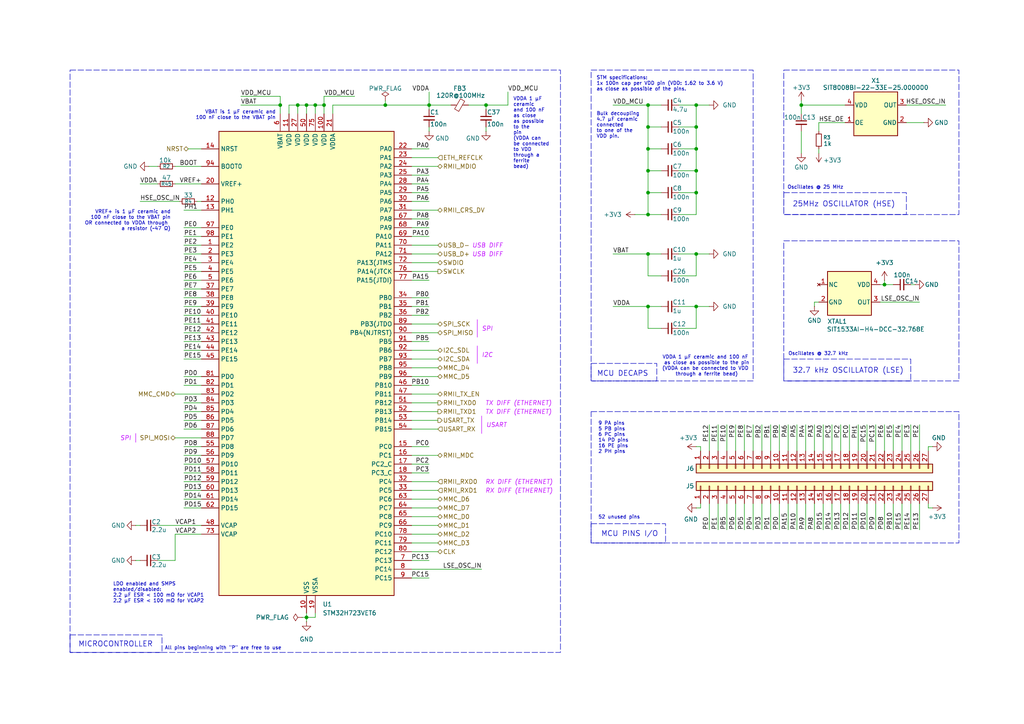
<source format=kicad_sch>
(kicad_sch (version 20250114) (generator "eeschema") (generator_version "9.0")
  (paper "A4")
  (title_block (title "Microcontroller") (company "Liquid Rocketry Illinois"))
  (lib_symbols
    (symbol "Connector_Generic:Conn_01x27" (pin_names (offset 1.016) (hide yes))
      (property "Reference" "J" (at 0 35.56 0))
      (property "Value" "Conn_01x27" (at 0 -35.56 0))
      (symbol "Conn_01x27_1_1"
        (pin passive line (at -5.08 33.02 0) (length 3.81) (name "Pin_1") (number "1"))
        (pin passive line (at -5.08 30.48 0) (length 3.81) (name "Pin_2") (number "2"))
        (pin passive line (at -5.08 27.94 0) (length 3.81) (name "Pin_3") (number "3"))
        (pin passive line (at -5.08 25.4 0) (length 3.81) (name "Pin_4") (number "4"))
        (pin passive line (at -5.08 22.86 0) (length 3.81) (name "Pin_5") (number "5"))
        (pin passive line (at -5.08 20.32 0) (length 3.81) (name "Pin_6") (number "6"))
        (pin passive line (at -5.08 17.78 0) (length 3.81) (name "Pin_7") (number "7"))
        (pin passive line (at -5.08 15.24 0) (length 3.81) (name "Pin_8") (number "8"))
        (pin passive line (at -5.08 12.7 0) (length 3.81) (name "Pin_9") (number "9"))
        (pin passive line (at -5.08 10.16 0) (length 3.81) (name "Pin_10") (number "10"))
        (pin passive line (at -5.08 7.62 0) (length 3.81) (name "Pin_11") (number "11"))
        (pin passive line (at -5.08 5.08 0) (length 3.81) (name "Pin_12") (number "12"))
        (pin passive line (at -5.08 2.54 0) (length 3.81) (name "Pin_13") (number "13"))
        (pin passive line (at -5.08 0 0) (length 3.81) (name "Pin_14") (number "14"))
        (pin passive line (at -5.08 -2.54 0) (length 3.81) (name "Pin_15") (number "15"))
        (pin passive line (at -5.08 -5.08 0) (length 3.81) (name "Pin_16") (number "16"))
        (pin passive line (at -5.08 -7.62 0) (length 3.81) (name "Pin_17") (number "17"))
        (pin passive line (at -5.08 -10.16 0) (length 3.81) (name "Pin_18") (number "18"))
        (pin passive line (at -5.08 -12.7 0) (length 3.81) (name "Pin_19") (number "19"))
        (pin passive line (at -5.08 -15.24 0) (length 3.81) (name "Pin_20") (number "20"))
        (pin passive line (at -5.08 -17.78 0) (length 3.81) (name "Pin_21") (number "21"))
        (pin passive line (at -5.08 -20.32 0) (length 3.81) (name "Pin_22") (number "22"))
        (pin passive line (at -5.08 -22.86 0) (length 3.81) (name "Pin_23") (number "23"))
        (pin passive line (at -5.08 -25.4 0) (length 3.81) (name "Pin_24") (number "24"))
        (pin passive line (at -5.08 -27.94 0) (length 3.81) (name "Pin_25") (number "25"))
        (pin passive line (at -5.08 -30.48 0) (length 3.81) (name "Pin_26") (number "26"))
        (pin passive line (at -5.08 -33.02 0) (length 3.81) (name "Pin_27") (number "27"))
      )
    )
    (symbol "Device:C_Small" (pin_numbers (hide yes)) (pin_names (offset 0.254) (hide yes))
      (property "Reference" "C" (at 0.254 1.778 0))
      (property "Value" "C_Small" (at 0.254 -2.032 0))
      (symbol "C_Small_1_1"
        (pin passive line (at 0 2.54 270) (length 2.032) (name "~") (number "1"))
        (pin passive line (at 0 -2.54 90) (length 2.032) (name "~") (number "2"))
      )
    )
    (symbol "Device:FerriteBead_Small" (pin_numbers (hide yes)) (pin_names (offset 0))
      (property "Reference" "FB" (at 1.905 1.27 0))
      (property "Value" "FerriteBead_Small" (at 1.905 -1.27 0))
      (symbol "FerriteBead_Small_1_1"
        (pin passive line (at 0 2.54 270) (length 1.27) (name "~") (number "1"))
        (pin passive line (at 0 -2.54 90) (length 1.27) (name "~") (number "2"))
      )
    )
    (symbol "Device:R_Small" (pin_numbers (hide yes)) (pin_names (offset 0.254) (hide yes))
      (property "Reference" "R" (at 0 0 90))
      (property "Value" "R_Small" (at 1.778 0 90))
      (symbol "R_Small_1_1"
        (pin passive line (at 0 2.54 270) (length 0.762) (name "~") (number "1"))
        (pin passive line (at 0 -2.54 90) (length 0.762) (name "~") (number "2"))
      )
    )
    (symbol "LRIEthernet_Library:SIT1533AI-H4-DCC-32.768E" (pin_names (offset 0.254))
      (property "Reference" "XTAL" (at -6.35 -8.128 0))
      (property "Value" "SIT1533AI-H4-DCC-32.768E" (at -6.35 -10.414 0))
      (symbol "SIT1533AI-H4-DCC-32.768E_1_1"
        (pin no_connect line (at -8.89 2.54 0) (length 2.54) (name "NC") (number "1"))
        (pin power_in line (at -8.89 -2.54 0) (length 2.54) (name "GND") (number "2"))
        (pin power_in line (at 8.89 2.54 180) (length 2.54) (name "VDD") (number "4"))
        (pin output line (at 8.89 -2.54 180) (length 2.54) (name "OUT") (number "3"))
      )
    )
    (symbol "MCU_ST_STM32H7:STM32H723VETx"
      (property "Reference" "U" (at -25.4 69.85 0))
      (property "Value" "STM32H723VETx" (at 10.16 69.85 0))
      (symbol "STM32H723VETx_1_1"
        (pin input line (at -30.48 63.5 0) (length 5.08) (name "NRST") (number "14"))
        (pin input line (at -30.48 58.42 0) (length 5.08) (name "BOOT0") (number "94"))
        (pin input line (at -30.48 53.34 0) (length 5.08) (name "VREF+") (number "20"))
        (pin bidirectional line (at -30.48 48.26 0) (length 5.08) (name "PH0") (number "12"))
        (pin bidirectional line (at -30.48 45.72 0) (length 5.08) (name "PH1") (number "13"))
        (pin bidirectional line (at -30.48 40.64 0) (length 5.08) (name "PE0") (number "97"))
        (pin bidirectional line (at -30.48 38.1 0) (length 5.08) (name "PE1") (number "98"))
        (pin bidirectional line (at -30.48 35.56 0) (length 5.08) (name "PE2") (number "1"))
        (pin bidirectional line (at -30.48 33.02 0) (length 5.08) (name "PE3") (number "2"))
        (pin bidirectional line (at -30.48 30.48 0) (length 5.08) (name "PE4") (number "3"))
        (pin bidirectional line (at -30.48 27.94 0) (length 5.08) (name "PE5") (number "4"))
        (pin bidirectional line (at -30.48 25.4 0) (length 5.08) (name "PE6") (number "5"))
        (pin bidirectional line (at -30.48 22.86 0) (length 5.08) (name "PE7") (number "37"))
        (pin bidirectional line (at -30.48 20.32 0) (length 5.08) (name "PE8") (number "38"))
        (pin bidirectional line (at -30.48 17.78 0) (length 5.08) (name "PE9") (number "39"))
        (pin bidirectional line (at -30.48 15.24 0) (length 5.08) (name "PE10") (number "40"))
        (pin bidirectional line (at -30.48 12.7 0) (length 5.08) (name "PE11") (number "41"))
        (pin bidirectional line (at -30.48 10.16 0) (length 5.08) (name "PE12") (number "42"))
        (pin bidirectional line (at -30.48 7.62 0) (length 5.08) (name "PE13") (number "43"))
        (pin bidirectional line (at -30.48 5.08 0) (length 5.08) (name "PE14") (number "44"))
        (pin bidirectional line (at -30.48 2.54 0) (length 5.08) (name "PE15") (number "45"))
        (pin bidirectional line (at -30.48 -2.54 0) (length 5.08) (name "PD0") (number "81"))
        (pin bidirectional line (at -30.48 -5.08 0) (length 5.08) (name "PD1") (number "82"))
        (pin bidirectional line (at -30.48 -7.62 0) (length 5.08) (name "PD2") (number "83"))
        (pin bidirectional line (at -30.48 -10.16 0) (length 5.08) (name "PD3") (number "84"))
        (pin bidirectional line (at -30.48 -12.7 0) (length 5.08) (name "PD4") (number "85"))
        (pin bidirectional line (at -30.48 -15.24 0) (length 5.08) (name "PD5") (number "86"))
        (pin bidirectional line (at -30.48 -17.78 0) (length 5.08) (name "PD6") (number "87"))
        (pin bidirectional line (at -30.48 -20.32 0) (length 5.08) (name "PD7") (number "88"))
        (pin bidirectional line (at -30.48 -22.86 0) (length 5.08) (name "PD8") (number "55"))
        (pin bidirectional line (at -30.48 -25.4 0) (length 5.08) (name "PD9") (number "56"))
        (pin bidirectional line (at -30.48 -27.94 0) (length 5.08) (name "PD10") (number "57"))
        (pin bidirectional line (at -30.48 -30.48 0) (length 5.08) (name "PD11") (number "58"))
        (pin bidirectional line (at -30.48 -33.02 0) (length 5.08) (name "PD12") (number "59"))
        (pin bidirectional line (at -30.48 -35.56 0) (length 5.08) (name "PD13") (number "60"))
        (pin bidirectional line (at -30.48 -38.1 0) (length 5.08) (name "PD14") (number "61"))
        (pin bidirectional line (at -30.48 -40.64 0) (length 5.08) (name "PD15") (number "62"))
        (pin power_out line (at -30.48 -45.72 0) (length 5.08) (name "VCAP") (number "48"))
        (pin power_out line (at -30.48 -48.26 0) (length 5.08) (name "VCAP") (number "73"))
        (pin power_in line (at -7.62 73.66 270) (length 5.08) (name "VBAT") (number "6"))
        (pin power_in line (at -5.08 73.66 270) (length 5.08) (name "VDD") (number "11"))
        (pin power_in line (at -2.54 73.66 270) (length 5.08) (name "VDD") (number "27"))
        (pin power_in line (at 0 73.66 270) (length 5.08) (name "VDD") (number "50"))
        (pin power_in line (at 0 -71.12 90) (length 5.08) (name "VSS") (number "10"))
        (pin passive line (at 0 -71.12 90) (length 5.08) (hide yes) (name "VSS") (number "26"))
        (pin passive line (at 0 -71.12 90) (length 5.08) (hide yes) (name "VSS") (number "49"))
        (pin passive line (at 0 -71.12 90) (length 5.08) (hide yes) (name "VSS") (number "74"))
        (pin passive line (at 0 -71.12 90) (length 5.08) (hide yes) (name "VSS") (number "99"))
        (pin power_in line (at 2.54 73.66 270) (length 5.08) (name "VDD") (number "75"))
        (pin power_in line (at 2.54 -71.12 90) (length 5.08) (name "VSSA") (number "19"))
        (pin power_in line (at 5.08 73.66 270) (length 5.08) (name "VDD") (number "100"))
        (pin power_in line (at 7.62 73.66 270) (length 5.08) (name "VDDA") (number "21"))
        (pin bidirectional line (at 30.48 63.5 180) (length 5.08) (name "PA0") (number "22"))
        (pin bidirectional line (at 30.48 60.96 180) (length 5.08) (name "PA1") (number "23"))
        (pin bidirectional line (at 30.48 58.42 180) (length 5.08) (name "PA2") (number "24"))
        (pin bidirectional line (at 30.48 55.88 180) (length 5.08) (name "PA3") (number "25"))
        (pin bidirectional line (at 30.48 53.34 180) (length 5.08) (name "PA4") (number "28"))
        (pin bidirectional line (at 30.48 50.8 180) (length 5.08) (name "PA5") (number "29"))
        (pin bidirectional line (at 30.48 48.26 180) (length 5.08) (name "PA6") (number "30"))
        (pin bidirectional line (at 30.48 45.72 180) (length 5.08) (name "PA7") (number "31"))
        (pin bidirectional line (at 30.48 43.18 180) (length 5.08) (name "PA8") (number "67"))
        (pin bidirectional line (at 30.48 40.64 180) (length 5.08) (name "PA9") (number "68"))
        (pin bidirectional line (at 30.48 38.1 180) (length 5.08) (name "PA10") (number "69"))
        (pin bidirectional line (at 30.48 35.56 180) (length 5.08) (name "PA11") (number "70"))
        (pin bidirectional line (at 30.48 33.02 180) (length 5.08) (name "PA12") (number "71"))
        (pin bidirectional line (at 30.48 30.48 180) (length 5.08) (name "PA13(JTMS") (number "72"))
        (pin bidirectional line (at 30.48 27.94 180) (length 5.08) (name "PA14(JTCK") (number "76"))
        (pin bidirectional line (at 30.48 25.4 180) (length 5.08) (name "PA15(JTDI)") (number "77"))
        (pin bidirectional line (at 30.48 20.32 180) (length 5.08) (name "PB0") (number "34"))
        (pin bidirectional line (at 30.48 17.78 180) (length 5.08) (name "PB1") (number "35"))
        (pin bidirectional line (at 30.48 15.24 180) (length 5.08) (name "PB2") (number "36"))
        (pin bidirectional line (at 30.48 12.7 180) (length 5.08) (name "PB3(JTDO") (number "89"))
        (pin bidirectional line (at 30.48 10.16 180) (length 5.08) (name "PB4(NJTRST)") (number "90"))
        (pin bidirectional line (at 30.48 7.62 180) (length 5.08) (name "PB5") (number "91"))
        (pin bidirectional line (at 30.48 5.08 180) (length 5.08) (name "PB6") (number "92"))
        (pin bidirectional line (at 30.48 2.54 180) (length 5.08) (name "PB7") (number "93"))
        (pin bidirectional line (at 30.48 0 180) (length 5.08) (name "PB8") (number "95"))
        (pin bidirectional line (at 30.48 -2.54 180) (length 5.08) (name "PB9") (number "96"))
        (pin bidirectional line (at 30.48 -5.08 180) (length 5.08) (name "PB10") (number "46"))
        (pin bidirectional line (at 30.48 -7.62 180) (length 5.08) (name "PB11") (number "47"))
        (pin bidirectional line (at 30.48 -10.16 180) (length 5.08) (name "PB12") (number "51"))
        (pin bidirectional line (at 30.48 -12.7 180) (length 5.08) (name "PB13") (number "52"))
        (pin bidirectional line (at 30.48 -15.24 180) (length 5.08) (name "PB14") (number "53"))
        (pin bidirectional line (at 30.48 -17.78 180) (length 5.08) (name "PB15") (number "54"))
        (pin bidirectional line (at 30.48 -22.86 180) (length 5.08) (name "PC0") (number "15"))
        (pin bidirectional line (at 30.48 -25.4 180) (length 5.08) (name "PC1") (number "16"))
        (pin bidirectional line (at 30.48 -27.94 180) (length 5.08) (name "PC2_C") (number "17"))
        (pin bidirectional line (at 30.48 -30.48 180) (length 5.08) (name "PC3_C") (number "18"))
        (pin bidirectional line (at 30.48 -33.02 180) (length 5.08) (name "PC4") (number "32"))
        (pin bidirectional line (at 30.48 -35.56 180) (length 5.08) (name "PC5") (number "33"))
        (pin bidirectional line (at 30.48 -38.1 180) (length 5.08) (name "PC6") (number "63"))
        (pin bidirectional line (at 30.48 -40.64 180) (length 5.08) (name "PC7") (number "64"))
        (pin bidirectional line (at 30.48 -43.18 180) (length 5.08) (name "PC8") (number "65"))
        (pin bidirectional line (at 30.48 -45.72 180) (length 5.08) (name "PC9") (number "66"))
        (pin bidirectional line (at 30.48 -48.26 180) (length 5.08) (name "PC10") (number "78"))
        (pin bidirectional line (at 30.48 -50.8 180) (length 5.08) (name "PC11") (number "79"))
        (pin bidirectional line (at 30.48 -53.34 180) (length 5.08) (name "PC12") (number "80"))
        (pin bidirectional line (at 30.48 -55.88 180) (length 5.08) (name "PC13") (number "7"))
        (pin bidirectional line (at 30.48 -58.42 180) (length 5.08) (name "PC14") (number "8"))
        (pin bidirectional line (at 30.48 -60.96 180) (length 5.08) (name "PC15") (number "9"))
      )
    )
    (symbol "SIT8008BI-22-33E-25.000000_1" (pin_names (offset 0.254))
      (property "Reference" "X" (at -5.842 9.906 0))
      (property "Value" "SIT8008BI-22-33E-25.000000" (at 8.636 7.874 0))
      (symbol "SIT8008BI-22-33E-25.000000_1_0_1"
        (pin output line (at -8.89 2.54 0) (length 2.54) (name "OE") (number "1"))
        (pin power_in line (at -8.89 -2.54 0) (length 2.54) (name "VDD") (number "4"))
        (pin output line (at 8.89 -2.54 180) (length 2.54) (name "OUT") (number "3"))
      )
      (symbol "SIT8008BI-22-33E-25.000000_1_1_1"
        (pin power_in line (at 8.89 2.54 180) (length 2.54) (name "GND") (number "2"))
      )
    )
    (symbol "power:+3V3" (power) (pin_numbers (hide yes)) (pin_names (offset 0) (hide yes))
      (property "Value" "+3V3" (at 0 3.556 0))
      (symbol "+3V3_1_1"
        (pin power_in line (at 0 0 90) (length 0) (name "~") (number "1"))
      )
    )
    (symbol "power:GND" (power) (pin_numbers (hide yes)) (pin_names (offset 0) (hide yes))
      (property "Value" "GND" (at 0 -3.81 0))
      (symbol "GND_1_1"
        (pin power_in line (at 0 0 270) (length 0) (name "~") (number "1"))
      )
    )
    (symbol "power:PWR_FLAG" (power) (pin_numbers (hide yes)) (pin_names (offset 0) (hide yes))
      (property "Value" "PWR_FLAG" (at 0 3.81 0))
      (symbol "PWR_FLAG_0_0"
        (pin power_out line (at 0 0 90) (length 0) (name "~") (number "1"))
      )
    )
  )
  (rectangle (start 227.33 55.88) (end 262.89 62.23) (stroke (width 0) (type dash)))
  (rectangle (start 227.33 104.14) (end 264.16 110.49) (stroke (width 0) (type dash)))
  (rectangle (start 171.45 119.38) (end 278.13 157.48) (stroke (width 0) (type dash)))
  (rectangle (start 20.32 20.32) (end 162.56 189.23) (stroke (width 0) (type dash)))
  (rectangle (start 171.45 105.41) (end 190.5 110.49) (stroke (width 0) (type dash)))
  (rectangle (start 227.33 69.85) (end 278.13 110.49) (stroke (width 0) (type dash)))
  (rectangle (start 20.32 184.15) (end 46.99 189.23) (stroke (width 0) (type dash)))
  (rectangle (start 171.45 151.892) (end 193.04 157.48) (stroke (width 0) (type dash)))
  (rectangle (start 227.33 20.32) (end 278.13 62.23) (stroke (width 0) (type dash)))
  (rectangle (start 171.45 20.32) (end 218.44 110.49) (stroke (width 0) (type dash)))
  (text "STM specifications:\n1x 100n cap per VDD pin (VDD: 1.62 to 3.6 V) \nas close as possible of the pins. " (at 172.974 22.098 0) (effects (font (size 1.016 1.016)) (justify left top)))
  (text "Oscillates @ 25 MHz" (at 228.346 53.848 0) (effects (font (size 1.016 1.016)) (justify left top)))
  (text "VREF+ is 1 μF ceramic and\n100 nF close to the VBAT pin\nOR connected to VDDA through \na resistor (~47 Ω)" (at 49.53 60.96 0) (effects (font (size 1.016 1.016)) (justify right top)))
  (text "Oscillates @ 32.7 kHz" (at 228.6 102.108 0) (effects (font (size 1.016 1.016)) (justify left top)))
  (text "VDDA 1 μF \nceramic \nand 100 nF \nas close \nas possible \nto the \npin\n(VDDA can \nbe connected \nto VDD \nthrough a \nferrite \nbead)" (at 148.844 28.194 0) (effects (font (size 1.016 1.016)) (justify left top)))
  (text "RX DIFF (ETHERNET)\n" (at 140.716 139.954 0) (effects (font (size 1.27 1.27) (italic yes)) (justify left)))
  (text "USART\n" (at 140.97 123.444 0) (effects (font (size 1.27 1.27) (italic yes)) (justify left)))
  (text "USB DIFF" (at 136.906 73.914 0) (effects (font (size 1.27 1.27) (italic yes)) (justify left)))
  (text "All pins beginning with \"P\" are free to use" (at 47.752 187.452 0) (effects (font (size 1.016 1.016)) (justify left top)))
  (text "VDDA 1 μF ceramic and 100 nF \nas close as possible to the pin\n(VDDA can be connected to VDD \nthrough a ferrite bead)" (at 204.978 106.172 0) (effects (font (size 1.016 1.016))))
  (text "MICROCONTROLLER" (at 33.528 186.944 0) (effects (font (size 1.524 1.524))))
  (text "RX DIFF (ETHERNET)\n" (at 140.716 142.494 0) (effects (font (size 1.27 1.27) (italic yes)) (justify left)))
  (text "TX DIFF (ETHERNET)\n" (at 140.716 117.094 0) (effects (font (size 1.27 1.27) (italic yes)) (justify left)))
  (text "LDO enabled and SMPS \nenabled/disabled:\n2.2 μF ESR < 100 mΩ for VCAP1\n2.2 μF ESR < 100 mΩ for VCAP2" (at 32.766 168.91 0) (effects (font (size 1.016 1.016)) (justify left top)))
  (text "I2C\n" (at 139.7 103.124 0) (effects (font (size 1.27 1.27) (italic yes)) (justify left)))
  (text "TX DIFF (ETHERNET)" (at 140.716 119.634 0) (effects (font (size 1.27 1.27) (italic yes)) (justify left)))
  (text "SPI\n" (at 139.7 95.504 0) (effects (font (size 1.27 1.27) (italic yes)) (justify left)))
  (text "MCU PINS I/O" (at 182.626 154.94 0) (effects (font (size 1.524 1.524))))
  (text "52 unused pins\n" (at 173.482 150.114 0) (effects (font (size 1.016 1.016)) (justify left)))
  (text "32.7 kHz OSCILLATOR (LSE)\n" (at 229.87 108.458 0) (effects (font (size 1.524 1.524)) (justify left bottom)))
  (text "9 PA pins\n5 PB pins\n6 PC pins\n14 PD pins\n16 PE pins\n2 PH pins" (at 173.482 127 0) (effects (font (size 1.016 1.016)) (justify left)))
  (text "SPI\n" (at 38.1 127.254 0) (effects (font (size 1.27 1.27) (italic yes)) (justify right)))
  (text "Bulk decoupling \n4.7 μF ceramic \nconnected \nto one of the \nVDD pin." (at 172.974 32.512 0) (effects (font (size 1.016 1.016)) (justify left top)))
  (text "MCU DECAPS" (at 180.594 108.458 0) (effects (font (size 1.524 1.524))))
  (text "VBAT is 1 μF ceramic and\n100 nF close to the VBAT pin" (at 80.01 32.004 0) (effects (font (size 1.016 1.016)) (justify right top)))
  (text "25MHz OSCILLATOR (HSE)\n" (at 229.87 60.198 0) (effects (font (size 1.524 1.524)) (justify left bottom)))
  (text "USB DIFF" (at 136.906 71.374 0) (effects (font (size 1.27 1.27) (italic yes)) (justify left)))
  (junction (at 93.98 30.48))
  (junction (at 140.97 30.48))
  (junction (at 201.93 55.88))
  (junction (at 201.93 36.83))
  (junction (at 187.96 36.83))
  (junction (at 81.28 30.48))
  (junction (at 201.93 49.53))
  (junction (at 187.96 88.9))
  (junction (at 91.44 30.48))
  (junction (at 201.93 88.9))
  (junction (at 187.96 49.53))
  (junction (at 187.96 30.48))
  (junction (at 124.46 30.48))
  (junction (at 88.9 30.48))
  (junction (at 187.96 62.23))
  (junction (at 187.96 73.66))
  (junction (at 187.96 55.88))
  (junction (at 86.36 30.48))
  (junction (at 232.41 30.48))
  (junction (at 256.54 82.55))
  (junction (at 201.93 30.48))
  (junction (at 201.93 43.18))
  (junction (at 88.9 179.07))
  (junction (at 187.96 43.18))
  (junction (at 111.76 30.48))
  (junction (at 201.93 73.66))
  (wire (pts (xy 119.38 137.16) (xy 124.46 137.16)))
  (wire (pts (xy 187.96 49.53) (xy 191.77 49.53)))
  (wire (pts (xy 140.97 30.48) (xy 135.89 30.48)))
  (wire (pts (xy 187.96 43.18) (xy 191.77 43.18)))
  (wire (pts (xy 93.98 27.94) (xy 93.98 30.48)))
  (wire (pts (xy 127 45.72) (xy 119.38 45.72)))
  (wire (pts (xy 119.38 121.92) (xy 127 121.92)))
  (wire (pts (xy 119.38 53.34) (xy 124.46 53.34)))
  (wire (pts (xy 262.89 30.48) (xy 274.32 30.48)))
  (wire (pts (xy 177.8 88.9) (xy 187.96 88.9)))
  (wire (pts (xy 96.52 30.48) (xy 111.76 30.48)))
  (wire (pts (xy 261.62 153.67) (xy 261.62 146.05)))
  (wire (pts (xy 220.98 153.67) (xy 220.98 146.05)))
  (wire (pts (xy 119.38 60.96) (xy 127 60.96)))
  (wire (pts (xy 119.38 68.58) (xy 124.46 68.58)))
  (wire (pts (xy 53.34 86.36) (xy 58.42 86.36)))
  (wire (pts (xy 196.85 88.9) (xy 201.93 88.9)))
  (wire (pts (xy 203.2 146.05) (xy 203.2 147.32)))
  (wire (pts (xy 201.93 43.18) (xy 201.93 49.53)))
  (wire (pts (xy 232.41 38.1) (xy 232.41 44.45)))
  (wire (pts (xy 184.15 62.23) (xy 187.96 62.23)))
  (wire (pts (xy 53.34 132.08) (xy 58.42 132.08)))
  (wire (pts (xy 86.36 30.48) (xy 88.9 30.48)))
  (wire (pts (xy 201.93 36.83) (xy 196.85 36.83)))
  (wire (pts (xy 50.8 53.34) (xy 58.42 53.34)))
  (wire (pts (xy 87.63 179.07) (xy 88.9 179.07)))
  (wire (pts (xy 119.38 101.6) (xy 127 101.6)))
  (wire (pts (xy 261.62 130.81) (xy 261.62 123.19)))
  (wire (pts (xy 119.38 71.12) (xy 127 71.12)))
  (wire (pts (xy 254 153.67) (xy 254 146.05)))
  (wire (pts (xy 215.9 153.67) (xy 215.9 146.05)))
  (wire (pts (xy 187.96 49.53) (xy 187.96 55.88)))
  (wire (pts (xy 237.49 43.18) (xy 237.49 44.45)))
  (wire (pts (xy 119.38 99.06) (xy 124.46 99.06)))
  (wire (pts (xy 208.28 130.81) (xy 208.28 123.19)))
  (wire (pts (xy 83.82 30.48) (xy 86.36 30.48)))
  (wire (pts (xy 119.38 78.74) (xy 127 78.74)))
  (wire (pts (xy 187.96 55.88) (xy 191.77 55.88)))
  (polyline (pts (xy 139.7 120.65) (xy 139.7 125.73)) (stroke (width 0) (type solid) (color 194 12 255 1)))
  (wire (pts (xy 223.52 153.67) (xy 223.52 146.05)))
  (wire (pts (xy 91.44 179.07) (xy 91.44 177.8)))
  (wire (pts (xy 218.44 153.67) (xy 218.44 146.05)))
  (wire (pts (xy 53.34 88.9) (xy 58.42 88.9)))
  (wire (pts (xy 119.38 134.62) (xy 124.46 134.62)))
  (wire (pts (xy 53.34 111.76) (xy 58.42 111.76)))
  (wire (pts (xy 119.38 154.94) (xy 127 154.94)))
  (wire (pts (xy 236.22 87.63) (xy 236.22 88.9)))
  (wire (pts (xy 124.46 30.48) (xy 130.81 30.48)))
  (wire (pts (xy 196.85 95.25) (xy 201.93 95.25)))
  (wire (pts (xy 269.24 130.81) (xy 269.24 129.54)))
  (wire (pts (xy 50.8 162.56) (xy 45.72 162.56)))
  (wire (pts (xy 50.8 154.94) (xy 58.42 154.94)))
  (wire (pts (xy 147.32 30.48) (xy 140.97 30.48)))
  (wire (pts (xy 88.9 30.48) (xy 88.9 33.02)))
  (wire (pts (xy 119.38 152.4) (xy 127 152.4)))
  (wire (pts (xy 241.3 153.67) (xy 241.3 146.05)))
  (wire (pts (xy 119.38 162.56) (xy 124.46 162.56)))
  (wire (pts (xy 40.64 58.42) (xy 52.07 58.42)))
  (wire (pts (xy 232.41 33.02) (xy 232.41 30.48)))
  (wire (pts (xy 215.9 130.81) (xy 215.9 123.19)))
  (wire (pts (xy 119.38 147.32) (xy 127 147.32)))
  (wire (pts (xy 53.34 93.98) (xy 58.42 93.98)))
  (wire (pts (xy 196.85 62.23) (xy 201.93 62.23)))
  (wire (pts (xy 187.96 88.9) (xy 187.96 95.25)))
  (wire (pts (xy 91.44 30.48) (xy 91.44 33.02)))
  (wire (pts (xy 187.96 30.48) (xy 187.96 36.83)))
  (wire (pts (xy 187.96 30.48) (xy 191.77 30.48)))
  (wire (pts (xy 119.38 144.78) (xy 127 144.78)))
  (wire (pts (xy 203.2 147.32) (xy 201.93 147.32)))
  (wire (pts (xy 53.34 137.16) (xy 58.42 137.16)))
  (wire (pts (xy 53.34 139.7) (xy 58.42 139.7)))
  (wire (pts (xy 236.22 153.67) (xy 236.22 146.05)))
  (wire (pts (xy 40.64 53.34) (xy 45.72 53.34)))
  (wire (pts (xy 58.42 60.96) (xy 53.34 60.96)))
  (wire (pts (xy 208.28 153.67) (xy 208.28 146.05)))
  (wire (pts (xy 91.44 30.48) (xy 88.9 30.48)))
  (wire (pts (xy 50.8 127) (xy 58.42 127)))
  (wire (pts (xy 81.28 30.48) (xy 81.28 33.02)))
  (wire (pts (xy 237.49 35.56) (xy 237.49 38.1)))
  (wire (pts (xy 119.38 139.7) (xy 127 139.7)))
  (wire (pts (xy 53.34 121.92) (xy 58.42 121.92)))
  (wire (pts (xy 53.34 109.22) (xy 58.42 109.22)))
  (wire (pts (xy 119.38 73.66) (xy 127 73.66)))
  (wire (pts (xy 58.42 114.3) (xy 50.8 114.3)))
  (wire (pts (xy 187.96 55.88) (xy 187.96 62.23)))
  (wire (pts (xy 256.54 82.55) (xy 256.54 81.28)))
  (wire (pts (xy 119.38 109.22) (xy 127 109.22)))
  (wire (pts (xy 231.14 130.81) (xy 231.14 123.19)))
  (wire (pts (xy 187.96 62.23) (xy 191.77 62.23)))
  (wire (pts (xy 187.96 43.18) (xy 187.96 49.53)))
  (wire (pts (xy 254 130.81) (xy 254 123.19)))
  (wire (pts (xy 40.64 152.4) (xy 39.37 152.4)))
  (wire (pts (xy 53.34 101.6) (xy 58.42 101.6)))
  (wire (pts (xy 201.93 36.83) (xy 201.93 43.18)))
  (wire (pts (xy 140.97 30.48) (xy 140.97 31.75)))
  (wire (pts (xy 83.82 33.02) (xy 83.82 30.48)))
  (wire (pts (xy 53.34 104.14) (xy 58.42 104.14)))
  (wire (pts (xy 53.34 144.78) (xy 58.42 144.78)))
  (wire (pts (xy 201.93 30.48) (xy 201.93 36.83)))
  (wire (pts (xy 53.34 68.58) (xy 58.42 68.58)))
  (wire (pts (xy 196.85 43.18) (xy 201.93 43.18)))
  (wire (pts (xy 119.38 129.54) (xy 124.46 129.54)))
  (wire (pts (xy 119.38 160.02) (xy 127 160.02)))
  (wire (pts (xy 111.76 30.48) (xy 124.46 30.48)))
  (wire (pts (xy 233.68 153.67) (xy 233.68 146.05)))
  (wire (pts (xy 69.85 27.94) (xy 81.28 27.94)))
  (wire (pts (xy 256.54 153.67) (xy 256.54 146.05)))
  (wire (pts (xy 248.92 130.81) (xy 248.92 123.19)))
  (wire (pts (xy 259.08 130.81) (xy 259.08 123.19)))
  (wire (pts (xy 58.42 66.04) (xy 53.34 66.04)))
  (wire (pts (xy 223.52 130.81) (xy 223.52 123.19)))
  (polyline (pts (xy 138.43 92.71) (xy 138.43 97.79)) (stroke (width 0) (type solid) (color 194 12 255 1)))
  (wire (pts (xy 140.97 36.83) (xy 140.97 38.1)))
  (wire (pts (xy 177.8 30.48) (xy 187.96 30.48)))
  (wire (pts (xy 255.27 87.63) (xy 266.7 87.63)))
  (wire (pts (xy 119.38 55.88) (xy 124.46 55.88)))
  (wire (pts (xy 119.38 132.08) (xy 127 132.08)))
  (wire (pts (xy 53.34 134.62) (xy 58.42 134.62)))
  (wire (pts (xy 210.82 130.81) (xy 210.82 123.19)))
  (wire (pts (xy 53.34 147.32) (xy 58.42 147.32)))
  (wire (pts (xy 53.34 142.24) (xy 58.42 142.24)))
  (wire (pts (xy 187.96 36.83) (xy 187.96 43.18)))
  (wire (pts (xy 111.76 29.21) (xy 111.76 30.48)))
  (wire (pts (xy 266.7 153.67) (xy 266.7 146.05)))
  (wire (pts (xy 119.38 157.48) (xy 127 157.48)))
  (wire (pts (xy 259.08 153.67) (xy 259.08 146.05)))
  (wire (pts (xy 119.38 114.3) (xy 127 114.3)))
  (wire (pts (xy 201.93 30.48) (xy 205.74 30.48)))
  (polyline (pts (xy 39.37 125.73) (xy 39.37 128.27)) (stroke (width 0) (type solid) (color 194 12 255 1)))
  (wire (pts (xy 270.51 129.54) (xy 269.24 129.54)))
  (wire (pts (xy 119.38 66.04) (xy 124.46 66.04)))
  (wire (pts (xy 57.15 58.42) (xy 58.42 58.42)))
  (wire (pts (xy 245.11 35.56) (xy 237.49 35.56)))
  (wire (pts (xy 251.46 130.81) (xy 251.46 123.19)))
  (wire (pts (xy 256.54 82.55) (xy 259.08 82.55)))
  (wire (pts (xy 53.34 91.44) (xy 58.42 91.44)))
  (wire (pts (xy 119.38 58.42) (xy 124.46 58.42)))
  (wire (pts (xy 119.38 149.86) (xy 127 149.86)))
  (wire (pts (xy 119.38 96.52) (xy 127 96.52)))
  (wire (pts (xy 251.46 153.67) (xy 251.46 146.05)))
  (wire (pts (xy 53.34 78.74) (xy 58.42 78.74)))
  (wire (pts (xy 53.34 99.06) (xy 58.42 99.06)))
  (wire (pts (xy 119.38 81.28) (xy 124.46 81.28)))
  (wire (pts (xy 238.76 130.81) (xy 238.76 123.19)))
  (wire (pts (xy 124.46 26.67) (xy 124.46 30.48)))
  (wire (pts (xy 210.82 153.67) (xy 210.82 146.05)))
  (wire (pts (xy 201.93 55.88) (xy 201.93 62.23)))
  (wire (pts (xy 119.38 76.2) (xy 127 76.2)))
  (wire (pts (xy 69.85 30.48) (xy 81.28 30.48)))
  (wire (pts (xy 187.96 73.66) (xy 187.96 80.01)))
  (wire (pts (xy 124.46 36.83) (xy 124.46 38.1)))
  (wire (pts (xy 119.38 50.8) (xy 124.46 50.8)))
  (wire (pts (xy 53.34 76.2) (xy 58.42 76.2)))
  (wire (pts (xy 119.38 124.46) (xy 127 124.46)))
  (wire (pts (xy 241.3 130.81) (xy 241.3 123.19)))
  (wire (pts (xy 233.68 130.81) (xy 233.68 123.19)))
  (wire (pts (xy 264.16 130.81) (xy 264.16 123.19)))
  (wire (pts (xy 266.7 130.81) (xy 266.7 123.19)))
  (wire (pts (xy 269.24 147.32) (xy 269.24 146.05)))
  (wire (pts (xy 201.93 49.53) (xy 201.93 55.88)))
  (wire (pts (xy 81.28 27.94) (xy 81.28 30.48)))
  (wire (pts (xy 119.38 104.14) (xy 127 104.14)))
  (wire (pts (xy 119.38 93.98) (xy 127 93.98)))
  (wire (pts (xy 53.34 71.12) (xy 58.42 71.12)))
  (wire (pts (xy 93.98 30.48) (xy 93.98 33.02)))
  (wire (pts (xy 213.36 130.81) (xy 213.36 123.19)))
  (wire (pts (xy 53.34 96.52) (xy 58.42 96.52)))
  (wire (pts (xy 53.34 81.28) (xy 58.42 81.28)))
  (polyline (pts (xy 138.43 100.33) (xy 138.43 105.41)) (stroke (width 0) (type solid) (color 194 12 255 1)))
  (wire (pts (xy 205.74 153.67) (xy 205.74 146.05)))
  (wire (pts (xy 270.51 147.32) (xy 269.24 147.32)))
  (wire (pts (xy 53.34 83.82) (xy 58.42 83.82)))
  (wire (pts (xy 187.96 73.66) (xy 191.77 73.66)))
  (wire (pts (xy 267.97 35.56) (xy 262.89 35.56)))
  (wire (pts (xy 93.98 30.48) (xy 91.44 30.48)))
  (wire (pts (xy 53.34 116.84) (xy 58.42 116.84)))
  (wire (pts (xy 96.52 30.48) (xy 96.52 33.02)))
  (wire (pts (xy 220.98 130.81) (xy 220.98 123.19)))
  (wire (pts (xy 237.49 87.63) (xy 236.22 87.63)))
  (wire (pts (xy 119.38 63.5) (xy 124.46 63.5)))
  (wire (pts (xy 246.38 130.81) (xy 246.38 123.19)))
  (wire (pts (xy 177.8 73.66) (xy 187.96 73.66)))
  (wire (pts (xy 196.85 73.66) (xy 201.93 73.66)))
  (wire (pts (xy 119.38 88.9) (xy 124.46 88.9)))
  (wire (pts (xy 119.38 142.24) (xy 127 142.24)))
  (wire (pts (xy 201.93 73.66) (xy 201.93 80.01)))
  (wire (pts (xy 264.16 82.55) (xy 265.43 82.55)))
  (wire (pts (xy 88.9 179.07) (xy 88.9 177.8)))
  (wire (pts (xy 196.85 30.48) (xy 201.93 30.48)))
  (wire (pts (xy 119.38 43.18) (xy 124.46 43.18)))
  (wire (pts (xy 196.85 55.88) (xy 201.93 55.88)))
  (wire (pts (xy 119.38 86.36) (xy 124.46 86.36)))
  (wire (pts (xy 248.92 153.67) (xy 248.92 146.05)))
  (wire (pts (xy 50.8 48.26) (xy 58.42 48.26)))
  (wire (pts (xy 187.96 36.83) (xy 191.77 36.83)))
  (wire (pts (xy 228.6 130.81) (xy 228.6 123.19)))
  (wire (pts (xy 196.85 49.53) (xy 201.93 49.53)))
  (wire (pts (xy 119.38 165.1) (xy 139.7 165.1)))
  (wire (pts (xy 187.96 88.9) (xy 191.77 88.9)))
  (wire (pts (xy 119.38 119.38) (xy 127 119.38)))
  (wire (pts (xy 119.38 48.26) (xy 127 48.26)))
  (wire (pts (xy 45.72 152.4) (xy 58.42 152.4)))
  (wire (pts (xy 54.61 43.18) (xy 58.42 43.18)))
  (wire (pts (xy 203.2 130.81) (xy 203.2 129.54)))
  (wire (pts (xy 231.14 153.67) (xy 231.14 146.05)))
  (wire (pts (xy 88.9 180.34) (xy 88.9 179.07)))
  (wire (pts (xy 201.93 95.25) (xy 201.93 88.9)))
  (wire (pts (xy 226.06 153.67) (xy 226.06 146.05)))
  (wire (pts (xy 246.38 153.67) (xy 246.38 146.05)))
  (wire (pts (xy 53.34 73.66) (xy 58.42 73.66)))
  (wire (pts (xy 119.38 91.44) (xy 124.46 91.44)))
  (wire (pts (xy 39.37 162.56) (xy 40.64 162.56)))
  (wire (pts (xy 238.76 153.67) (xy 238.76 146.05)))
  (wire (pts (xy 205.74 130.81) (xy 205.74 123.19)))
  (wire (pts (xy 53.34 129.54) (xy 58.42 129.54)))
  (wire (pts (xy 226.06 130.81) (xy 226.06 123.19)))
  (wire (pts (xy 203.2 129.54) (xy 201.93 129.54)))
  (wire (pts (xy 201.93 73.66) (xy 205.74 73.66)))
  (wire (pts (xy 243.84 153.67) (xy 243.84 146.05)))
  (wire (pts (xy 196.85 80.01) (xy 201.93 80.01)))
  (wire (pts (xy 213.36 153.67) (xy 213.36 146.05)))
  (wire (pts (xy 256.54 130.81) (xy 256.54 123.19)))
  (wire (pts (xy 243.84 130.81) (xy 243.84 123.19)))
  (wire (pts (xy 228.6 153.67) (xy 228.6 146.05)))
  (wire (pts (xy 187.96 80.01) (xy 191.77 80.01)))
  (wire (pts (xy 232.41 29.21) (xy 232.41 30.48)))
  (wire (pts (xy 88.9 179.07) (xy 91.44 179.07)))
  (wire (pts (xy 119.38 116.84) (xy 127 116.84)))
  (wire (pts (xy 147.32 26.67) (xy 147.32 30.48)))
  (wire (pts (xy 53.34 119.38) (xy 58.42 119.38)))
  (wire (pts (xy 264.16 153.67) (xy 264.16 146.05)))
  (wire (pts (xy 218.44 130.81) (xy 218.44 123.19)))
  (wire (pts (xy 102.87 27.94) (xy 93.98 27.94)))
  (wire (pts (xy 232.41 30.48) (xy 245.11 30.48)))
  (wire (pts (xy 119.38 167.64) (xy 124.46 167.64)))
  (wire (pts (xy 119.38 111.76) (xy 124.46 111.76)))
  (wire (pts (xy 187.96 95.25) (xy 191.77 95.25)))
  (wire (pts (xy 119.38 106.68) (xy 127 106.68)))
  (wire (pts (xy 255.27 82.55) (xy 256.54 82.55)))
  (wire (pts (xy 236.22 130.81) (xy 236.22 123.19)))
  (wire (pts (xy 86.36 30.48) (xy 86.36 33.02)))
  (wire (pts (xy 124.46 30.48) (xy 124.46 31.75)))
  (wire (pts (xy 201.93 88.9) (xy 205.74 88.9)))
  (wire (pts (xy 53.34 124.46) (xy 58.42 124.46)))
  (wire (pts (xy 43.18 48.26) (xy 45.72 48.26)))
  (wire (pts (xy 50.8 162.56) (xy 50.8 154.94)))
  (label "PE6" (at 256.54 123.19 270))
  (label "PD3" (at 53.34 116.84 0))
  (label "PD14" (at 53.34 144.78 0))
  (label "PC2" (at 243.84 123.19 270))
  (label "PB0" (at 226.06 123.19 270))
  (label "PA8" (at 236.22 153.67 90))
  (label "PE5" (at 53.34 78.74 0))
  (label "PD5" (at 53.34 121.92 0))
  (label "BOOT" (at 52.07 48.26 0))
  (label "PD15" (at 53.34 147.32 0))
  (label "PE8" (at 53.34 86.36 0))
  (label "PA9" (at 233.68 153.67 90))
  (label "VDDA" (at 40.64 53.34 0))
  (label "PE7" (at 218.44 123.19 270))
  (label "PC3" (at 124.46 137.16 180))
  (label "PA15" (at 228.6 153.67 90))
  (label "PA10" (at 124.46 68.58 180))
  (label "PE7" (at 53.34 83.82 0))
  (label "PH1" (at 53.34 60.96 0))
  (label "PB2" (at 124.46 91.44 180))
  (label "PE9" (at 213.36 123.19 270))
  (label "PD0" (at 53.34 109.22 0))
  (label "PE15" (at 261.62 153.67 90))
  (label "PD1" (at 53.34 111.76 0))
  (label "PD9" (at 254 153.67 90))
  (label "PE3" (at 264.16 123.19 270))
  (label "VCAP2" (at 50.8 154.94 0))
  (label "PB1" (at 124.46 88.9 180))
  (label "PD4" (at 53.34 119.38 0))
  (label "PC0" (at 124.46 129.54 180))
  (label "PE6" (at 53.34 81.28 0))
  (label "PA0" (at 238.76 123.19 270))
  (label "PE4" (at 53.34 76.2 0))
  (label "PB5" (at 210.82 153.67 90))
  (label "PC15" (at 124.46 167.64 180))
  (label "PD11" (at 248.92 153.67 90))
  (label "PD13" (at 53.34 142.24 0))
  (label "PB1" (at 223.52 123.19 270))
  (label "HSE_OE" (at 237.49 35.56 0))
  (label "LSE_OSC_IN" (at 139.7 165.1 180))
  (label "PD14" (at 241.3 153.67 90))
  (label "PC13" (at 254 123.19 270))
  (label "PA3" (at 236.22 123.19 270))
  (label "PD9" (at 53.34 132.08 0))
  (label "PE1" (at 208.28 153.67 90))
  (label "PA5" (at 124.46 55.88 180))
  (label "PA15" (at 124.46 81.28 180))
  (label "PB10" (at 259.08 153.67 90))
  (label "PD8" (at 53.34 129.54 0))
  (label "PD6" (at 53.34 124.46 0))
  (label "PC3" (at 241.3 123.19 270))
  (label "PE8" (at 215.9 123.19 270))
  (label "PB10" (at 124.46 111.76 180))
  (label "PA3" (at 124.46 50.8 180))
  (label "PA6" (at 228.6 123.19 270))
  (label "LSE_OSC_IN" (at 266.7 87.63 180))
  (label "PE11" (at 208.28 123.19 270))
  (label "PD6" (at 213.36 153.67 90))
  (label "VDD_MCU" (at 147.32 26.67 0))
  (label "PE10" (at 210.82 123.19 270))
  (label "PE14" (at 53.34 101.6 0))
  (label "VDDA" (at 177.8 88.9 0))
  (label "PB5" (at 124.46 99.06 180))
  (label "PA6" (at 124.46 58.42 180))
  (label "PE3" (at 53.34 73.66 0))
  (label "PA8" (at 124.46 63.5 180))
  (label "PE10" (at 53.34 91.44 0))
  (label "PA4" (at 124.46 53.34 180))
  (label "PD11" (at 53.34 137.16 0))
  (label "PD3" (at 220.98 153.67 90))
  (label "PE13" (at 266.7 153.67 90))
  (label "PE15" (at 53.34 104.14 0))
  (label "PC2" (at 124.46 134.62 180))
  (label "PD1" (at 223.52 153.67 90))
  (label "PD10" (at 53.34 134.62 0))
  (label "PE14" (at 264.16 153.67 90))
  (label "PA10" (at 231.14 153.67 90))
  (label "PD13" (at 243.84 153.67 90))
  (label "PE11" (at 53.34 93.98 0))
  (label "PA9" (at 124.46 66.04 180))
  (label "PC13" (at 124.46 162.56 180))
  (label "PE1" (at 53.34 68.58 0))
  (label "PE0" (at 53.34 66.04 0))
  (label "PD12" (at 246.38 153.67 90))
  (label "PD12" (at 53.34 139.7 0))
  (label "PA5" (at 231.14 123.19 270))
  (label "PE12" (at 53.34 96.52 0))
  (label "PH1" (at 248.92 123.19 270))
  (label "PE2" (at 266.7 123.19 270))
  (label "PD0" (at 226.06 153.67 90))
  (label "PE5" (at 259.08 123.19 270))
  (label "HSE_OSC_IN" (at 274.32 30.48 180))
  (label "VBAT" (at 69.85 30.48 0))
  (label "VDD_MCU" (at 102.87 27.94 180))
  (label "VBAT" (at 177.8 73.66 0))
  (label "PD15" (at 238.76 153.67 90))
  (label "HSE_OSC_IN" (at 40.64 58.42 0))
  (label "PD10" (at 251.46 153.67 90))
  (label "PD8" (at 256.54 153.67 90))
  (label "PC0" (at 246.38 123.19 270))
  (label "VCAP1" (at 50.8 152.4 0))
  (label "PE0" (at 205.74 153.67 90))
  (label "PD4" (at 218.44 153.67 90))
  (label "PE4" (at 261.62 123.19 270))
  (label "PA0" (at 124.46 43.18 180))
  (label "PC15" (at 251.46 123.19 270))
  (label "PB0" (at 124.46 86.36 180))
  (label "PD5" (at 215.9 153.67 90))
  (label "VDD_MCU" (at 69.85 27.94 0))
  (label "PE9" (at 53.34 88.9 0))
  (label "PE12" (at 205.74 123.19 270))
  (label "PB2" (at 220.98 123.19 270))
  (label "PA4" (at 233.68 123.19 270))
  (label "PE13" (at 53.34 99.06 0))
  (label "PE2" (at 53.34 71.12 0))
  (label "VDD_MCU" (at 177.8 30.48 0))
  (label "VREF+" (at 52.07 53.34 0))
  (label "VDDA" (at 124.46 26.67 180))
  (hierarchical_label "MMC_D7" (shape bidirectional) (at 127 147.32 0))
  (hierarchical_label "NRST" (shape bidirectional) (at 54.61 43.18 180))
  (hierarchical_label "RMII_MDIO" (shape bidirectional) (at 127 48.26 0))
  (hierarchical_label "MMC_D6" (shape bidirectional) (at 127 144.78 0))
  (hierarchical_label "SPI_MISO" (shape bidirectional) (at 127 96.52 0))
  (hierarchical_label "SPI_MOSI" (shape bidirectional) (at 50.8 127 180))
  (hierarchical_label "SPI_SCK" (shape bidirectional) (at 127 93.98 0))
  (hierarchical_label "RMII_TX_EN" (shape bidirectional) (at 127 114.3 0))
  (hierarchical_label "RMII_TXD1" (shape output) (at 127 119.38 0))
  (hierarchical_label "MMC_D3" (shape bidirectional) (at 127 157.48 0))
  (hierarchical_label "RMII_RXD1" (shape input) (at 127 142.24 0))
  (hierarchical_label "MMC_CMD" (shape bidirectional) (at 50.8 114.3 180))
  (hierarchical_label "RMII_MDC" (shape bidirectional) (at 127 132.08 0))
  (hierarchical_label "USB_D+" (shape bidirectional) (at 127 73.66 0))
  (hierarchical_label "SWDIO" (shape bidirectional) (at 127 76.2 0))
  (hierarchical_label "I2C_SDL" (shape bidirectional) (at 127 101.6 0))
  (hierarchical_label "RMII_TXD0" (shape output) (at 127 116.84 0))
  (hierarchical_label "USART_RX" (shape input) (at 127 124.46 0))
  (hierarchical_label "SWCLK" (shape output) (at 127 78.74 0))
  (hierarchical_label "MMC_D0" (shape bidirectional) (at 127 149.86 0))
  (hierarchical_label "MMC_D5" (shape bidirectional) (at 127 109.22 0))
  (hierarchical_label "RMII_RXD0" (shape input) (at 127 139.7 0))
  (hierarchical_label "CLK" (shape bidirectional) (at 127 160.02 0))
  (hierarchical_label "MMC_D2" (shape bidirectional) (at 127 154.94 0))
  (hierarchical_label "USART_TX" (shape output) (at 127 121.92 0))
  (hierarchical_label "RMII_CRS_DV" (shape bidirectional) (at 127 60.96 0))
  (hierarchical_label "ETH_REFCLK" (shape input) (at 127 45.72 0))
  (hierarchical_label "MMC_D4" (shape bidirectional) (at 127 106.68 0))
  (hierarchical_label "MMC_D1" (shape bidirectional) (at 127 152.4 0))
  (hierarchical_label "I2C_SDA" (shape bidirectional) (at 127 104.14 0))
  (hierarchical_label "USB_D-" (shape bidirectional) (at 127 71.12 0))
  (symbol (lib_id "Device:C_Small") (at 124.46 34.29 0) (unit 1)
    (property "Reference" "C1" (at 124.714 33.274 0) (effects (justify left bottom)))
    (property "Value" "100n" (at 124.714 35.306 0) (effects (justify left top)))
    (property "Footprint" "Capacitor_SMD:C_0402_1005Metric" (effects (hide yes)))
    (property "Description" "Unpolarized capacitor, small symbol" (effects (hide yes)))
  )
  (symbol (lib_id "power:GND") (at 88.9 180.34 0) (unit 1)
    (property "Reference" "#PWR010" (effects (hide yes)))
    (property "Value" "GND" (at 88.9 185.42 0))
    (property "Description" "Power symbol creates a global label with name \"GND\" , ground" (effects (hide yes)))
  )
  (symbol (lib_id "power:+3V3") (at 184.15 62.23 90) (unit 1)
    (property "Reference" "#PWR019" (effects (hide yes)))
    (property "Value" "+3V3" (at 180.34 62.2299 90) (effects (justify left)))
    (property "Description" "Power symbol creates a global label with name \"+3V3\"" (effects (hide yes)))
  )
  (symbol (lib_id "power:+3V3") (at 201.93 129.54 90) (unit 1)
    (property "Reference" "#PWR068" (effects (hide yes)))
    (property "Value" "+3V3" (at 199.644 127 90))
    (property "Description" "Power symbol creates a global label with name \"+3V3\"" (effects (hide yes)))
  )
  (symbol (lib_id "Device:C_Small") (at 232.41 35.56 0) (unit 1)
    (property "Reference" "C13" (at 232.664 34.036 0) (effects (justify left)))
    (property "Value" "100n" (at 229.87 34.036 0))
    (property "Footprint" "Capacitor_SMD:C_0402_1005Metric" (effects (hide yes)))
    (property "Description" "Unpolarized capacitor, small symbol" (effects (hide yes)))
  )
  (symbol (lib_id "power:GND") (at 265.43 82.55 90) (unit 1)
    (property "Reference" "#PWR057" (effects (hide yes)))
    (property "Value" "GND" (at 270.256 82.55 90))
    (property "Description" "Power symbol creates a global label with name \"GND\" , ground" (effects (hide yes)))
  )
  (symbol (lib_id "Device:C_Small") (at 43.18 152.4 270) (unit 1)
    (property "Reference" "C2" (at 43.942 151.384 90) (effects (justify left)))
    (property "Value" "2.2u" (at 43.942 153.67 90) (effects (justify left)))
    (property "Footprint" "Capacitor_SMD:C_0603_1608Metric" (effects (hide yes)))
    (property "Description" "Unpolarized capacitor, small symbol" (effects (hide yes)))
  )
  (symbol (lib_id "power:PWR_FLAG") (at 111.76 29.21 0) (unit 1)
    (property "Reference" "#FLG02" (effects (hide yes)))
    (property "Value" "PWR_FLAG" (at 111.76 25.654 0))
    (property "Description" "Special symbol for telling ERC where power comes from" (effects (hide yes)))
  )
  (symbol (lib_id "power:+3V3") (at 237.49 44.45 180) (unit 1)
    (property "Reference" "#PWR034" (effects (hide yes)))
    (property "Value" "+3V3" (at 238.76 46.482 0) (effects (justify right)))
    (property "Description" "Power symbol creates a global label with name \"+3V3\"" (effects (hide yes)))
  )
  (symbol (lib_id "Device:C_Small") (at 43.18 162.56 270) (unit 1)
    (property "Reference" "C3" (at 43.942 161.544 90) (effects (justify left)))
    (property "Value" "2.2u" (at 43.942 163.83 90) (effects (justify left)))
    (property "Footprint" "Capacitor_SMD:C_0603_1608Metric" (effects (hide yes)))
    (property "Description" "Unpolarized capacitor, small symbol" (effects (hide yes)))
  )
  (symbol (lib_id "power:GND") (at 205.74 88.9 90) (unit 1)
    (property "Reference" "#PWR018" (effects (hide yes)))
    (property "Value" "GND" (at 209.55 88.8999 90) (effects (justify right)))
    (property "Description" "Power symbol creates a global label with name \"GND\" , ground" (effects (hide yes)))
  )
  (symbol (lib_id "Device:C_Small") (at 194.31 36.83 90) (unit 1)
    (property "Reference" "C5" (at 195.072 35.56 90) (effects (justify right)))
    (property "Value" "100n" (at 195.072 38.1 90) (effects (justify right)))
    (property "Footprint" "Capacitor_SMD:C_0402_1005Metric" (effects (hide yes)))
    (property "Description" "Unpolarized capacitor, small symbol" (effects (hide yes)))
  )
  (symbol (lib_id "Device:C_Small") (at 194.31 73.66 90) (unit 1)
    (property "Reference" "C10" (at 195.072 72.39 90) (effects (justify right)))
    (property "Value" "1u" (at 195.072 74.93 90) (effects (justify right)))
    (property "Footprint" "Capacitor_SMD:C_0603_1608Metric" (effects (hide yes)))
    (property "Description" "Unpolarized capacitor, small symbol" (effects (hide yes)))
  )
  (symbol (lib_id "power:GND") (at 39.37 162.56 270) (unit 1)
    (property "Reference" "#PWR051" (effects (hide yes)))
    (property "Value" "GND" (at 34.29 162.56 90))
    (property "Description" "Power symbol creates a global label with name \"GND\" , ground" (effects (hide yes)))
  )
  (symbol (lib_id "Device:FerriteBead_Small") (at 133.35 30.48 90) (unit 1)
    (property "Reference" "FB3" (at 133.35 25.654 90))
    (property "Value" "120R@100MHz" (at 133.604 27.686 90))
    (property "Footprint" "Inductor_SMD:L_0603_1608Metric" (effects (hide yes)))
    (property "Description" "Ferrite bead, small symbol" (effects (hide yes)))
  )
  (symbol (lib_id "Device:C_Small") (at 194.31 43.18 90) (unit 1)
    (property "Reference" "C6" (at 195.072 41.91 90) (effects (justify right)))
    (property "Value" "100n" (at 195.072 44.45 90) (effects (justify right)))
    (property "Footprint" "Capacitor_SMD:C_0402_1005Metric" (effects (hide yes)))
    (property "Description" "Unpolarized capacitor, small symbol" (effects (hide yes)))
  )
  (symbol (lib_id "Device:R_Small") (at 54.61 58.42 90) (unit 1)
    (property "Reference" "R4" (at 54.61 58.42 90) (effects (font (size 1.016 1.016))))
    (property "Value" "33" (at 54.61 56.642 90))
    (property "Footprint" "Resistor_SMD:R_0603_1608Metric" (effects (hide yes)))
    (property "Description" "Resistor, small symbol" (effects (hide yes)))
  )
  (symbol (lib_id "power:PWR_FLAG") (at 87.63 179.07 90) (unit 1)
    (property "Reference" "#FLG05" (effects (hide yes)))
    (property "Value" "PWR_FLAG" (at 83.82 179.0699 90) (effects (justify left)))
    (property "Description" "Special symbol for telling ERC where power comes from" (effects (hide yes)))
  )
  (symbol (lib_id "Device:R_Small") (at 48.26 48.26 90) (unit 1)
    (property "Reference" "R2" (at 48.26 48.26 90) (effects (font (size 1.016 1.016))))
    (property "Value" "10k" (at 49.784 46.482 90) (effects (justify left)))
    (property "Footprint" "Resistor_SMD:R_0603_1608Metric" (effects (hide yes)))
    (property "Description" "Resistor, small symbol" (effects (hide yes)))
  )
  (symbol (lib_id "Device:C_Small") (at 194.31 30.48 90) (unit 1)
    (property "Reference" "C4" (at 195.072 29.21 90) (effects (justify right)))
    (property "Value" "4.7u" (at 195.072 31.75 90) (effects (justify right)))
    (property "Footprint" "Capacitor_SMD:C_0603_1608Metric" (effects (hide yes)))
    (property "Description" "Unpolarized capacitor, small symbol" (effects (hide yes)))
  )
  (symbol (lib_id "Device:R_Small") (at 48.26 53.34 90) (unit 1)
    (property "Reference" "R45" (at 48.26 53.34 90) (effects (font (size 1.016 1.016))))
    (property "Value" "47" (at 48.26 51.562 90))
    (property "Footprint" "Resistor_SMD:R_0603_1608Metric" (effects (hide yes)))
    (property "Description" "Resistor, small symbol" (effects (hide yes)))
  )
  (symbol (lib_id "Connector_Generic:Conn_01x27") (at 236.22 135.89 90) (mirror x) (unit 1)
    (property "Reference" "J6" (at 200.152 135.89 90))
    (property "Value" "Conn_01x27" (effects (hide yes)))
    (property "Footprint" "Connector_PinHeader_2.54mm:PinHeader_1x27_P2.54mm_Vertical" (effects (hide yes)))
    (property "Description" "Generic connector, single row, 01x27, script generated (kicad-library-utils/schlib/autogen/connector/)" (effects (hide yes)))
  )
  (symbol (lib_id "LRIEthernet_Library:SIT1533AI-H4-DCC-32.768E") (at 246.38 85.09 0) (unit 1)
    (property "Reference" "XTAL1" (at 242.824 93.218 0))
    (property "Value" "SIT1533AI-H4-DCC-32.768E" (at 254 95.504 0))
    (property "Footprint" "LRILibrary_Footprints:XTAL4_SiT1533_SIT" (effects (hide yes)))
    (property "Datasheet" "SIT1533AI-H4-DCC-32.768E" (effects (hide yes)))
  )
  (symbol (lib_id "power:GND") (at 267.97 35.56 90) (unit 1)
    (property "Reference" "#PWR044" (effects (hide yes)))
    (property "Value" "GND" (at 273.05 35.56 90))
    (property "Description" "Power symbol creates a global label with name \"GND\" , ground" (effects (hide yes)))
  )
  (symbol (lib_id "MCU_ST_STM32H7:STM32H723VETx") (at 88.9 106.68 0) (unit 1)
    (property "Reference" "U1" (at 93.5833 175.26 0) (effects (justify left)))
    (property "Value" "STM32H723VET6" (at 93.5833 177.8 0) (effects (justify left)))
    (property "Footprint" "Package_QFP:LQFP-100_14x14mm_P0.5mm" (effects (hide yes)))
    (property "Datasheet" "https://www.st.com/resource/en/datasheet/stm32h723ve.pdf" (effects (hide yes)))
    (property "Description" "STMicroelectronics Arm Cortex-M7 MCU, 512KB flash, 564KB RAM, 550 MHz, 1.71-3.6V, 82 GPIO, LQFP100" (effects (hide yes)))
  )
  (symbol (lib_id "Device:C_Small") (at 194.31 55.88 90) (unit 1)
    (property "Reference" "C8" (at 195.072 54.61 90) (effects (justify right)))
    (property "Value" "100n" (at 195.072 57.15 90) (effects (justify right)))
    (property "Footprint" "Capacitor_SMD:C_0402_1005Metric" (effects (hide yes)))
    (property "Description" "Unpolarized capacitor, small symbol" (effects (hide yes)))
  )
  (symbol (lib_id "Device:C_Small") (at 194.31 95.25 90) (unit 1)
    (property "Reference" "C12" (at 195.072 93.98 90) (effects (justify right)))
    (property "Value" "100n" (at 195.072 96.52 90) (effects (justify right)))
    (property "Footprint" "Capacitor_SMD:C_0402_1005Metric" (effects (hide yes)))
    (property "Description" "Unpolarized capacitor, small symbol" (effects (hide yes)))
  )
  (symbol (lib_id "power:+3V3") (at 256.54 81.28 0) (unit 1)
    (property "Reference" "#PWR045" (effects (hide yes)))
    (property "Value" "+3V3" (at 256.54 76.2 0))
    (property "Description" "Power symbol creates a global label with name \"+3V3\"" (effects (hide yes)))
  )
  (symbol (lib_id "Connector_Generic:Conn_01x27") (at 236.22 140.97 90) (unit 1)
    (property "Reference" "J5" (at 200.152 140.97 90))
    (property "Value" "Conn_01x27" (effects (hide yes)))
    (property "Footprint" "Connector_PinHeader_2.54mm:PinHeader_1x27_P2.54mm_Vertical" (effects (hide yes)))
    (property "Description" "Generic connector, single row, 01x27, script generated (kicad-library-utils/schlib/autogen/connector/)" (effects (hide yes)))
  )
  (symbol (lib_id "power:+3V3") (at 232.41 29.21 0) (unit 1)
    (property "Reference" "#PWR056" (effects (hide yes)))
    (property "Value" "+3V3" (at 232.41 25.4 0))
    (property "Description" "Power symbol creates a global label with name \"+3V3\"" (effects (hide yes)))
  )
  (symbol (lib_id "power:GND") (at 236.22 88.9 0) (unit 1)
    (property "Reference" "#PWR046" (effects (hide yes)))
    (property "Value" "GND" (at 236.22 92.964 0))
    (property "Description" "Power symbol creates a global label with name \"GND\" , ground" (effects (hide yes)))
  )
  (symbol (lib_id "power:+3V3") (at 270.51 147.32 270) (mirror x) (unit 1)
    (property "Reference" "#PWR067" (effects (hide yes)))
    (property "Value" "+3V3" (at 271.78 149.86 90))
    (property "Description" "Power symbol creates a global label with name \"+3V3\"" (effects (hide yes)))
  )
  (symbol (lib_id "Device:C_Small") (at 194.31 62.23 90) (unit 1)
    (property "Reference" "C9" (at 195.072 60.96 90) (effects (justify right)))
    (property "Value" "100n" (at 195.072 63.5 90) (effects (justify right)))
    (property "Footprint" "Capacitor_SMD:C_0402_1005Metric" (effects (hide yes)))
    (property "Description" "Unpolarized capacitor, small symbol" (effects (hide yes)))
  )
  (symbol (lib_name "SIT8008BI-22-33E-25.000000_1") (lib_id "LRIEthernet_Library:SIT8008BI-22-33E-25.000000") (at 254 33.02 0) (mirror x) (unit 1)
    (property "Reference" "X1" (at 254 23.368 0))
    (property "Value" "SIT8008BI-22-33E-25.000000" (at 254 25.4 0))
    (property "Footprint" "LRILibrary_Footprints:SON4_SIT8008BI_3.2x2.5_SIT" (effects (hide yes)))
    (property "Datasheet" "SIT8008BI-22-33E-25.000000" (effects (hide yes)))
  )
  (symbol (lib_id "power:GND") (at 270.51 129.54 90) (unit 1)
    (property "Reference" "#PWR069" (effects (hide yes)))
    (property "Value" "GND" (at 272.288 127 90))
    (property "Description" "Power symbol creates a global label with name \"GND\" , ground" (effects (hide yes)))
  )
  (symbol (lib_id "power:GND") (at 140.97 38.1 0) (unit 1)
    (property "Reference" "#PWR060" (effects (hide yes)))
    (property "Value" "GND" (at 137.16 40.132 0))
    (property "Description" "Power symbol creates a global label with name \"GND\" , ground" (effects (hide yes)))
  )
  (symbol (lib_id "Device:C_Small") (at 194.31 49.53 90) (unit 1)
    (property "Reference" "C7" (at 195.072 48.26 90) (effects (justify right)))
    (property "Value" "100n" (at 195.072 50.8 90) (effects (justify right)))
    (property "Footprint" "Capacitor_SMD:C_0402_1005Metric" (effects (hide yes)))
    (property "Description" "Unpolarized capacitor, small symbol" (effects (hide yes)))
  )
  (symbol (lib_id "power:GND") (at 201.93 147.32 270) (mirror x) (unit 1)
    (property "Reference" "#PWR053" (effects (hide yes)))
    (property "Value" "GND" (at 200.406 150.622 90))
    (property "Description" "Power symbol creates a global label with name \"GND\" , ground" (effects (hide yes)))
  )
  (symbol (lib_id "power:GND") (at 205.74 30.48 90) (unit 1)
    (property "Reference" "#PWR016" (effects (hide yes)))
    (property "Value" "GND" (at 209.55 30.4799 90) (effects (justify right)))
    (property "Description" "Power symbol creates a global label with name \"GND\" , ground" (effects (hide yes)))
  )
  (symbol (lib_id "power:GND") (at 39.37 152.4 270) (unit 1)
    (property "Reference" "#PWR015" (effects (hide yes)))
    (property "Value" "GND" (at 34.29 152.4 90))
    (property "Description" "Power symbol creates a global label with name \"GND\" , ground" (effects (hide yes)))
  )
  (symbol (lib_id "power:GND") (at 205.74 73.66 90) (unit 1)
    (property "Reference" "#PWR017" (effects (hide yes)))
    (property "Value" "GND" (at 209.55 73.6599 90) (effects (justify right)))
    (property "Description" "Power symbol creates a global label with name \"GND\" , ground" (effects (hide yes)))
  )
  (symbol (lib_id "Device:R_Small") (at 237.49 40.64 0) (unit 1)
    (property "Reference" "R3" (at 238.76 39.878 0) (effects (font (size 1.016 1.016)) (justify left)))
    (property "Value" "1k" (at 240.03 41.656 0))
    (property "Footprint" "Resistor_SMD:R_0603_1608Metric" (effects (hide yes)))
    (property "Description" "Resistor, small symbol" (effects (hide yes)))
  )
  (symbol (lib_id "power:GND") (at 124.46 38.1 0) (unit 1)
    (property "Reference" "#PWR043" (effects (hide yes)))
    (property "Value" "GND" (at 128.27 40.132 0))
    (property "Description" "Power symbol creates a global label with name \"GND\" , ground" (effects (hide yes)))
  )
  (symbol (lib_id "power:GND") (at 232.41 44.45 0) (unit 1)
    (property "Reference" "#PWR059" (effects (hide yes)))
    (property "Value" "GND" (at 232.41 48.514 0))
    (property "Description" "Power symbol creates a global label with name \"GND\" , ground" (effects (hide yes)))
  )
  (symbol (lib_id "Device:C_Small") (at 140.97 34.29 0) (unit 1)
    (property "Reference" "C37" (at 141.224 33.274 0) (effects (justify left bottom)))
    (property "Value" "100n" (at 141.224 35.306 0) (effects (justify left top)))
    (property "Footprint" "Capacitor_SMD:C_0402_1005Metric" (effects (hide yes)))
    (property "Description" "Unpolarized capacitor, small symbol" (effects (hide yes)))
  )
  (symbol (lib_id "Device:C_Small") (at 194.31 80.01 90) (unit 1)
    (property "Reference" "C26" (at 195.072 78.74 90) (effects (justify right)))
    (property "Value" "100n" (at 195.072 81.28 90) (effects (justify right)))
    (property "Footprint" "Capacitor_SMD:C_0402_1005Metric" (effects (hide yes)))
    (property "Description" "Unpolarized capacitor, small symbol" (effects (hide yes)))
  )
  (symbol (lib_id "Device:C_Small") (at 261.62 82.55 90) (unit 1)
    (property "Reference" "C14" (at 264.414 81.534 90))
    (property "Value" "100n" (at 261.62 79.756 90))
    (property "Footprint" "Capacitor_SMD:C_0402_1005Metric" (effects (hide yes)))
    (property "Description" "Unpolarized capacitor, small symbol" (effects (hide yes)))
  )
  (symbol (lib_id "Device:C_Small") (at 194.31 88.9 90) (unit 1)
    (property "Reference" "C11" (at 195.072 87.63 90) (effects (justify right)))
    (property "Value" "1u" (at 195.072 90.17 90) (effects (justify right)))
    (property "Footprint" "Capacitor_SMD:C_0603_1608Metric" (effects (hide yes)))
    (property "Description" "Unpolarized capacitor, small symbol" (effects (hide yes)))
  )
  (symbol (lib_id "power:GND") (at 43.18 48.26 270) (unit 1)
    (property "Reference" "#PWR039" (effects (hide yes)))
    (property "Value" "GND" (at 39.878 48.26 90) (effects (justify right)))
    (property "Description" "Power symbol creates a global label with name \"GND\" , ground" (effects (hide yes)))
  )
)
</source>
